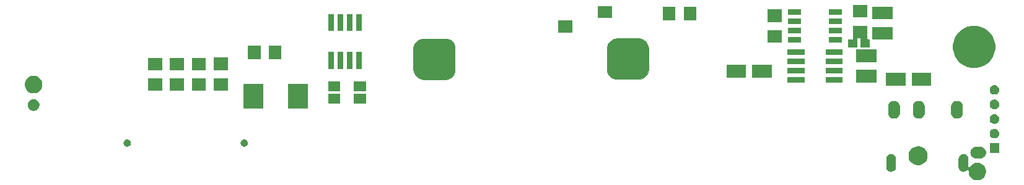
<source format=gts>
G04 #@! TF.GenerationSoftware,KiCad,Pcbnew,(5.1.5)-3*
G04 #@! TF.CreationDate,2020-04-11T14:24:40-04:00*
G04 #@! TF.ProjectId,PowerBoth,506f7765-7242-46f7-9468-2e6b69636164,rev?*
G04 #@! TF.SameCoordinates,Original*
G04 #@! TF.FileFunction,Soldermask,Top*
G04 #@! TF.FilePolarity,Negative*
%FSLAX46Y46*%
G04 Gerber Fmt 4.6, Leading zero omitted, Abs format (unit mm)*
G04 Created by KiCad (PCBNEW (5.1.5)-3) date 2020-04-11 14:24:40*
%MOMM*%
%LPD*%
G04 APERTURE LIST*
%ADD10C,0.100000*%
G04 APERTURE END LIST*
D10*
G36*
X210050000Y-124800000D02*
G01*
X208200000Y-124800000D01*
X208200000Y-123200000D01*
X210050000Y-123200000D01*
X210050000Y-124800000D01*
G37*
X210050000Y-124800000D02*
X208200000Y-124800000D01*
X208200000Y-123200000D01*
X210050000Y-123200000D01*
X210050000Y-124800000D01*
G36*
X215450000Y-122800000D02*
G01*
X213600000Y-122800000D01*
X213600000Y-121200000D01*
X215450000Y-121200000D01*
X215450000Y-122800000D01*
G37*
X215450000Y-122800000D02*
X213600000Y-122800000D01*
X213600000Y-121200000D01*
X215450000Y-121200000D01*
X215450000Y-122800000D01*
G36*
X219600000Y-125750000D02*
G01*
X220100000Y-126050000D01*
X220400000Y-126450000D01*
X220600000Y-126950000D01*
X220600000Y-130050000D01*
X220400000Y-130550000D01*
X219900000Y-131050000D01*
X219500000Y-131250000D01*
X216000000Y-131250000D01*
X215500000Y-131050000D01*
X215100000Y-130650000D01*
X214900000Y-130250000D01*
X214900000Y-126950000D01*
X215000000Y-126550000D01*
X215100000Y-126350000D01*
X215500000Y-125950000D01*
X215800000Y-125750000D01*
X216400000Y-125650000D01*
X219200000Y-125650000D01*
X219600000Y-125750000D01*
G37*
X219600000Y-125750000D02*
X220100000Y-126050000D01*
X220400000Y-126450000D01*
X220600000Y-126950000D01*
X220600000Y-130050000D01*
X220400000Y-130550000D01*
X219900000Y-131050000D01*
X219500000Y-131250000D01*
X216000000Y-131250000D01*
X215500000Y-131050000D01*
X215100000Y-130650000D01*
X214900000Y-130250000D01*
X214900000Y-126950000D01*
X215000000Y-126550000D01*
X215100000Y-126350000D01*
X215500000Y-125950000D01*
X215800000Y-125750000D01*
X216400000Y-125650000D01*
X219200000Y-125650000D01*
X219600000Y-125750000D01*
G36*
X193298680Y-125786532D02*
G01*
X193598680Y-125986532D01*
X193998680Y-126386532D01*
X194098680Y-126786532D01*
X194098680Y-130086532D01*
X193998680Y-130486532D01*
X193798680Y-130786532D01*
X193598680Y-130986532D01*
X193098680Y-131186532D01*
X192798680Y-131286532D01*
X189898680Y-131286532D01*
X189398680Y-131186532D01*
X188998680Y-130986532D01*
X188698680Y-130686532D01*
X188498680Y-130286532D01*
X188398680Y-129886532D01*
X188398680Y-126986532D01*
X188598680Y-126386532D01*
X188998680Y-125986532D01*
X189298680Y-125786532D01*
X189698680Y-125686532D01*
X192998680Y-125686532D01*
X193298680Y-125786532D01*
G37*
X193298680Y-125786532D02*
X193598680Y-125986532D01*
X193998680Y-126386532D01*
X194098680Y-126786532D01*
X194098680Y-130086532D01*
X193998680Y-130486532D01*
X193798680Y-130786532D01*
X193598680Y-130986532D01*
X193098680Y-131186532D01*
X192798680Y-131286532D01*
X189898680Y-131286532D01*
X189398680Y-131186532D01*
X188998680Y-130986532D01*
X188698680Y-130686532D01*
X188498680Y-130286532D01*
X188398680Y-129886532D01*
X188398680Y-126986532D01*
X188598680Y-126386532D01*
X188998680Y-125986532D01*
X189298680Y-125786532D01*
X189698680Y-125686532D01*
X192998680Y-125686532D01*
X193298680Y-125786532D01*
G36*
X263730191Y-141547499D02*
G01*
X263792728Y-141566470D01*
X263855263Y-141585439D01*
X263855265Y-141585440D01*
X263970527Y-141647049D01*
X264071561Y-141729964D01*
X264154475Y-141830996D01*
X264216084Y-141946258D01*
X264254025Y-142071332D01*
X264263625Y-142168804D01*
X264263625Y-143207766D01*
X264266027Y-143232152D01*
X264273140Y-143255601D01*
X264284691Y-143277212D01*
X264300236Y-143296154D01*
X264319178Y-143311699D01*
X264340789Y-143323250D01*
X264364238Y-143330363D01*
X264388624Y-143332765D01*
X264413010Y-143330363D01*
X264436459Y-143323250D01*
X264458070Y-143311699D01*
X264477012Y-143296154D01*
X264492557Y-143277211D01*
X264567120Y-143165619D01*
X264567122Y-143165616D01*
X264734407Y-142998331D01*
X264931113Y-142866897D01*
X264931115Y-142866896D01*
X265149682Y-142776362D01*
X265381710Y-142730209D01*
X265618290Y-142730209D01*
X265850318Y-142776362D01*
X266068885Y-142866896D01*
X266068887Y-142866897D01*
X266265593Y-142998331D01*
X266432878Y-143165616D01*
X266545381Y-143333990D01*
X266564313Y-143362324D01*
X266654847Y-143580891D01*
X266701000Y-143812919D01*
X266701000Y-144049499D01*
X266654847Y-144281527D01*
X266564313Y-144500094D01*
X266564312Y-144500096D01*
X266432878Y-144696802D01*
X266265593Y-144864087D01*
X266068887Y-144995521D01*
X266068886Y-144995522D01*
X266068885Y-144995522D01*
X265850318Y-145086056D01*
X265618290Y-145132209D01*
X265381710Y-145132209D01*
X265149682Y-145086056D01*
X264931115Y-144995522D01*
X264931114Y-144995522D01*
X264931113Y-144995521D01*
X264734407Y-144864087D01*
X264567122Y-144696802D01*
X264435688Y-144500096D01*
X264435687Y-144500094D01*
X264345153Y-144281527D01*
X264299000Y-144049499D01*
X264299000Y-143845048D01*
X264296598Y-143820662D01*
X264289485Y-143797213D01*
X264277934Y-143775602D01*
X264262389Y-143756660D01*
X264243447Y-143741115D01*
X264221836Y-143729564D01*
X264198387Y-143722451D01*
X264174001Y-143720049D01*
X264149615Y-143722451D01*
X264126166Y-143729564D01*
X264104555Y-143741115D01*
X264077376Y-143765749D01*
X264071562Y-143772834D01*
X263970528Y-143855749D01*
X263855266Y-143917358D01*
X263855264Y-143917359D01*
X263792729Y-143936328D01*
X263730192Y-143955299D01*
X263600125Y-143968109D01*
X263470059Y-143955299D01*
X263407522Y-143936328D01*
X263344987Y-143917359D01*
X263344985Y-143917358D01*
X263229723Y-143855749D01*
X263128690Y-143772835D01*
X263045776Y-143671802D01*
X262984167Y-143556540D01*
X262946226Y-143431466D01*
X262936626Y-143333994D01*
X262936625Y-142168805D01*
X262946225Y-142071333D01*
X262984166Y-141946259D01*
X263045775Y-141830997D01*
X263128690Y-141729963D01*
X263229722Y-141647049D01*
X263344984Y-141585440D01*
X263344986Y-141585439D01*
X263407521Y-141566470D01*
X263470058Y-141547499D01*
X263600125Y-141534689D01*
X263730191Y-141547499D01*
G37*
G36*
X253830191Y-141547499D02*
G01*
X253892728Y-141566470D01*
X253955263Y-141585439D01*
X253955265Y-141585440D01*
X254070527Y-141647049D01*
X254171561Y-141729964D01*
X254254475Y-141830996D01*
X254316084Y-141946258D01*
X254354025Y-142071332D01*
X254363625Y-142168804D01*
X254363625Y-143333994D01*
X254354025Y-143431466D01*
X254316084Y-143556540D01*
X254254475Y-143671802D01*
X254171561Y-143772835D01*
X254070528Y-143855749D01*
X253955266Y-143917358D01*
X253955264Y-143917359D01*
X253892729Y-143936328D01*
X253830192Y-143955299D01*
X253700125Y-143968109D01*
X253570059Y-143955299D01*
X253507522Y-143936328D01*
X253444987Y-143917359D01*
X253444985Y-143917358D01*
X253329723Y-143855749D01*
X253228690Y-143772835D01*
X253145776Y-143671802D01*
X253084167Y-143556540D01*
X253046226Y-143431466D01*
X253036626Y-143333994D01*
X253036625Y-142168805D01*
X253046225Y-142071333D01*
X253084166Y-141946259D01*
X253145775Y-141830997D01*
X253228690Y-141729963D01*
X253329722Y-141647049D01*
X253444984Y-141585440D01*
X253444986Y-141585439D01*
X253507521Y-141566470D01*
X253570058Y-141547499D01*
X253700125Y-141534689D01*
X253830191Y-141547499D01*
G37*
G36*
X257779612Y-140500395D02*
G01*
X257990145Y-140587601D01*
X258016380Y-140598468D01*
X258229464Y-140740846D01*
X258410678Y-140922060D01*
X258553057Y-141135146D01*
X258651129Y-141371912D01*
X258701125Y-141623260D01*
X258701125Y-141879538D01*
X258651129Y-142130886D01*
X258553057Y-142367652D01*
X258553056Y-142367654D01*
X258410678Y-142580738D01*
X258229464Y-142761952D01*
X258016380Y-142904330D01*
X258016379Y-142904331D01*
X258016378Y-142904331D01*
X257779612Y-143002403D01*
X257528264Y-143052399D01*
X257271986Y-143052399D01*
X257020638Y-143002403D01*
X256783872Y-142904331D01*
X256783871Y-142904331D01*
X256783870Y-142904330D01*
X256570786Y-142761952D01*
X256389572Y-142580738D01*
X256247194Y-142367654D01*
X256247193Y-142367652D01*
X256149121Y-142130886D01*
X256099125Y-141879538D01*
X256099125Y-141623260D01*
X256149121Y-141371912D01*
X256247193Y-141135146D01*
X256389572Y-140922060D01*
X256570786Y-140740846D01*
X256783870Y-140598468D01*
X256810105Y-140587601D01*
X257020638Y-140500395D01*
X257271986Y-140450399D01*
X257528264Y-140450399D01*
X257779612Y-140500395D01*
G37*
G36*
X265953055Y-140534072D02*
G01*
X266031507Y-140541799D01*
X266132166Y-140572334D01*
X266182497Y-140587601D01*
X266321649Y-140661980D01*
X266443617Y-140762076D01*
X266543713Y-140884044D01*
X266618092Y-141023196D01*
X266618092Y-141023197D01*
X266663894Y-141174186D01*
X266679359Y-141331209D01*
X266663894Y-141488232D01*
X266645915Y-141547500D01*
X266618092Y-141639222D01*
X266543713Y-141778374D01*
X266443617Y-141900342D01*
X266321649Y-142000438D01*
X266182497Y-142074817D01*
X266132166Y-142090084D01*
X266031507Y-142120619D01*
X265953055Y-142128346D01*
X265913830Y-142132209D01*
X265310654Y-142132209D01*
X265271429Y-142128346D01*
X265192977Y-142120619D01*
X265092318Y-142090084D01*
X265041987Y-142074817D01*
X264902835Y-142000438D01*
X264780867Y-141900342D01*
X264680771Y-141778374D01*
X264606392Y-141639222D01*
X264578569Y-141547500D01*
X264560590Y-141488232D01*
X264545125Y-141331209D01*
X264560590Y-141174186D01*
X264606392Y-141023197D01*
X264606392Y-141023196D01*
X264680771Y-140884044D01*
X264780867Y-140762076D01*
X264902835Y-140661980D01*
X265041987Y-140587601D01*
X265092318Y-140572334D01*
X265192977Y-140541799D01*
X265271429Y-140534072D01*
X265310654Y-140530209D01*
X265913830Y-140530209D01*
X265953055Y-140534072D01*
G37*
G36*
X268499915Y-141382209D02*
G01*
X267172915Y-141382209D01*
X267172915Y-140055209D01*
X268499915Y-140055209D01*
X268499915Y-141382209D01*
G37*
G36*
X149444234Y-139543060D02*
G01*
X149472382Y-139554720D01*
X149534504Y-139580451D01*
X149534507Y-139580453D01*
X149615739Y-139634730D01*
X149684831Y-139703822D01*
X149739108Y-139785054D01*
X149739110Y-139785057D01*
X149764841Y-139847179D01*
X149776501Y-139875327D01*
X149795560Y-139971147D01*
X149795560Y-140068855D01*
X149776501Y-140164675D01*
X149776499Y-140164679D01*
X149739110Y-140254945D01*
X149739108Y-140254948D01*
X149684831Y-140336180D01*
X149615739Y-140405272D01*
X149548201Y-140450399D01*
X149534504Y-140459551D01*
X149472382Y-140485282D01*
X149444234Y-140496942D01*
X149348414Y-140516001D01*
X149250706Y-140516001D01*
X149154886Y-140496942D01*
X149126738Y-140485282D01*
X149064616Y-140459551D01*
X149050919Y-140450399D01*
X148983381Y-140405272D01*
X148914289Y-140336180D01*
X148860012Y-140254948D01*
X148860010Y-140254945D01*
X148822621Y-140164679D01*
X148822619Y-140164675D01*
X148803560Y-140068855D01*
X148803560Y-139971147D01*
X148822619Y-139875327D01*
X148834279Y-139847179D01*
X148860010Y-139785057D01*
X148860012Y-139785054D01*
X148914289Y-139703822D01*
X148983381Y-139634730D01*
X149064613Y-139580453D01*
X149064616Y-139580451D01*
X149126738Y-139554720D01*
X149154886Y-139543060D01*
X149250706Y-139524001D01*
X149348414Y-139524001D01*
X149444234Y-139543060D01*
G37*
G36*
X165444234Y-139543060D02*
G01*
X165472382Y-139554720D01*
X165534504Y-139580451D01*
X165534507Y-139580453D01*
X165615739Y-139634730D01*
X165684831Y-139703822D01*
X165739108Y-139785054D01*
X165739110Y-139785057D01*
X165764841Y-139847179D01*
X165776501Y-139875327D01*
X165795560Y-139971147D01*
X165795560Y-140068855D01*
X165776501Y-140164675D01*
X165776499Y-140164679D01*
X165739110Y-140254945D01*
X165739108Y-140254948D01*
X165684831Y-140336180D01*
X165615739Y-140405272D01*
X165548201Y-140450399D01*
X165534504Y-140459551D01*
X165472382Y-140485282D01*
X165444234Y-140496942D01*
X165348414Y-140516001D01*
X165250706Y-140516001D01*
X165154886Y-140496942D01*
X165126738Y-140485282D01*
X165064616Y-140459551D01*
X165050919Y-140450399D01*
X164983381Y-140405272D01*
X164914289Y-140336180D01*
X164860012Y-140254948D01*
X164860010Y-140254945D01*
X164822621Y-140164679D01*
X164822619Y-140164675D01*
X164803560Y-140068855D01*
X164803560Y-139971147D01*
X164822619Y-139875327D01*
X164834279Y-139847179D01*
X164860010Y-139785057D01*
X164860012Y-139785054D01*
X164914289Y-139703822D01*
X164983381Y-139634730D01*
X165064613Y-139580453D01*
X165064616Y-139580451D01*
X165126738Y-139554720D01*
X165154886Y-139543060D01*
X165250706Y-139524001D01*
X165348414Y-139524001D01*
X165444234Y-139543060D01*
G37*
G36*
X267965857Y-138067958D02*
G01*
X268029951Y-138080707D01*
X268150700Y-138130723D01*
X268259371Y-138203335D01*
X268351789Y-138295753D01*
X268424401Y-138404424D01*
X268474417Y-138525173D01*
X268499915Y-138653360D01*
X268499915Y-138784058D01*
X268474417Y-138912245D01*
X268424401Y-139032994D01*
X268351789Y-139141665D01*
X268259371Y-139234083D01*
X268150700Y-139306695D01*
X268029951Y-139356711D01*
X267965857Y-139369460D01*
X267901765Y-139382209D01*
X267771065Y-139382209D01*
X267706973Y-139369460D01*
X267642879Y-139356711D01*
X267522130Y-139306695D01*
X267413459Y-139234083D01*
X267321041Y-139141665D01*
X267248429Y-139032994D01*
X267198413Y-138912245D01*
X267172915Y-138784058D01*
X267172915Y-138653360D01*
X267198413Y-138525173D01*
X267248429Y-138404424D01*
X267321041Y-138295753D01*
X267413459Y-138203335D01*
X267522130Y-138130723D01*
X267642879Y-138080707D01*
X267706973Y-138067958D01*
X267771065Y-138055209D01*
X267901765Y-138055209D01*
X267965857Y-138067958D01*
G37*
G36*
X267965857Y-136067958D02*
G01*
X268029951Y-136080707D01*
X268150700Y-136130723D01*
X268259371Y-136203335D01*
X268351789Y-136295753D01*
X268424401Y-136404424D01*
X268474417Y-136525173D01*
X268499915Y-136653360D01*
X268499915Y-136784058D01*
X268474417Y-136912245D01*
X268424401Y-137032994D01*
X268351789Y-137141665D01*
X268259371Y-137234083D01*
X268150700Y-137306695D01*
X268029951Y-137356711D01*
X267965857Y-137369460D01*
X267901765Y-137382209D01*
X267771065Y-137382209D01*
X267706973Y-137369460D01*
X267642879Y-137356711D01*
X267522130Y-137306695D01*
X267413459Y-137234083D01*
X267321041Y-137141665D01*
X267248429Y-137032994D01*
X267198413Y-136912245D01*
X267172915Y-136784058D01*
X267172915Y-136653360D01*
X267198413Y-136525173D01*
X267248429Y-136404424D01*
X267321041Y-136295753D01*
X267413459Y-136203335D01*
X267522130Y-136130723D01*
X267642879Y-136080707D01*
X267706973Y-136067958D01*
X267771065Y-136055209D01*
X267901765Y-136055209D01*
X267965857Y-136067958D01*
G37*
G36*
X254245300Y-134248262D02*
G01*
X254259599Y-134249670D01*
X254336271Y-134272929D01*
X254412943Y-134296187D01*
X254554267Y-134371726D01*
X254678140Y-134473384D01*
X254779798Y-134597256D01*
X254855337Y-134738580D01*
X254901854Y-134891925D01*
X254913625Y-135011437D01*
X254913625Y-135891361D01*
X254901854Y-136010873D01*
X254855337Y-136164218D01*
X254779798Y-136305542D01*
X254678140Y-136429414D01*
X254554268Y-136531072D01*
X254412944Y-136606611D01*
X254336271Y-136629870D01*
X254259600Y-136653128D01*
X254245301Y-136654536D01*
X254100125Y-136668835D01*
X253942997Y-136653359D01*
X253940651Y-136653128D01*
X253863980Y-136629870D01*
X253787307Y-136606611D01*
X253645983Y-136531072D01*
X253522111Y-136429414D01*
X253420453Y-136305542D01*
X253344914Y-136164218D01*
X253298397Y-136010873D01*
X253286625Y-135891361D01*
X253286625Y-135011438D01*
X253298396Y-134891926D01*
X253298397Y-134891924D01*
X253344913Y-134738582D01*
X253344913Y-134738581D01*
X253420452Y-134597257D01*
X253522110Y-134473384D01*
X253645982Y-134371726D01*
X253787306Y-134296187D01*
X253863978Y-134272929D01*
X253940650Y-134249670D01*
X253954949Y-134248262D01*
X254100125Y-134233963D01*
X254245300Y-134248262D01*
G37*
G36*
X257645300Y-134248262D02*
G01*
X257659599Y-134249670D01*
X257736271Y-134272929D01*
X257812943Y-134296187D01*
X257954267Y-134371726D01*
X258078140Y-134473384D01*
X258179798Y-134597256D01*
X258255337Y-134738580D01*
X258301854Y-134891925D01*
X258313625Y-135011437D01*
X258313625Y-135891361D01*
X258301854Y-136010873D01*
X258255337Y-136164218D01*
X258179798Y-136305542D01*
X258078140Y-136429414D01*
X257954268Y-136531072D01*
X257812944Y-136606611D01*
X257736271Y-136629870D01*
X257659600Y-136653128D01*
X257645301Y-136654536D01*
X257500125Y-136668835D01*
X257342997Y-136653359D01*
X257340651Y-136653128D01*
X257263980Y-136629870D01*
X257187307Y-136606611D01*
X257045983Y-136531072D01*
X256922111Y-136429414D01*
X256820453Y-136305542D01*
X256744914Y-136164218D01*
X256698397Y-136010873D01*
X256686625Y-135891361D01*
X256686625Y-135011438D01*
X256698396Y-134891926D01*
X256698397Y-134891924D01*
X256744913Y-134738582D01*
X256744913Y-134738581D01*
X256820452Y-134597257D01*
X256922110Y-134473384D01*
X257045982Y-134371726D01*
X257187306Y-134296187D01*
X257263978Y-134272929D01*
X257340650Y-134249670D01*
X257354949Y-134248262D01*
X257500125Y-134233963D01*
X257645300Y-134248262D01*
G37*
G36*
X262845300Y-134248262D02*
G01*
X262859599Y-134249670D01*
X262936271Y-134272929D01*
X263012943Y-134296187D01*
X263154267Y-134371726D01*
X263278140Y-134473384D01*
X263379798Y-134597256D01*
X263455337Y-134738580D01*
X263501854Y-134891925D01*
X263513625Y-135011437D01*
X263513625Y-135891361D01*
X263501854Y-136010873D01*
X263455337Y-136164218D01*
X263379798Y-136305542D01*
X263278140Y-136429414D01*
X263154268Y-136531072D01*
X263012944Y-136606611D01*
X262936271Y-136629870D01*
X262859600Y-136653128D01*
X262845301Y-136654536D01*
X262700125Y-136668835D01*
X262542997Y-136653359D01*
X262540651Y-136653128D01*
X262463980Y-136629870D01*
X262387307Y-136606611D01*
X262245983Y-136531072D01*
X262122111Y-136429414D01*
X262020453Y-136305542D01*
X261944914Y-136164218D01*
X261898397Y-136010873D01*
X261886625Y-135891361D01*
X261886625Y-135011438D01*
X261898396Y-134891926D01*
X261898397Y-134891924D01*
X261944913Y-134738582D01*
X261944913Y-134738581D01*
X262020452Y-134597257D01*
X262122110Y-134473384D01*
X262245982Y-134371726D01*
X262387306Y-134296187D01*
X262463978Y-134272929D01*
X262540650Y-134249670D01*
X262554949Y-134248262D01*
X262700125Y-134233963D01*
X262845300Y-134248262D01*
G37*
G36*
X136733642Y-134032043D02*
G01*
X136879414Y-134092424D01*
X136879416Y-134092425D01*
X137010608Y-134180084D01*
X137122178Y-134291654D01*
X137175680Y-134371726D01*
X137209838Y-134422848D01*
X137270219Y-134568620D01*
X137301000Y-134723369D01*
X137301000Y-134881155D01*
X137270219Y-135035904D01*
X137226411Y-135141665D01*
X137209837Y-135181678D01*
X137122178Y-135312870D01*
X137010608Y-135424440D01*
X136879416Y-135512099D01*
X136879415Y-135512100D01*
X136879414Y-135512100D01*
X136733642Y-135572481D01*
X136578893Y-135603262D01*
X136421107Y-135603262D01*
X136266358Y-135572481D01*
X136120586Y-135512100D01*
X136120585Y-135512100D01*
X136120584Y-135512099D01*
X135989392Y-135424440D01*
X135877822Y-135312870D01*
X135790163Y-135181678D01*
X135773589Y-135141665D01*
X135729781Y-135035904D01*
X135699000Y-134881155D01*
X135699000Y-134723369D01*
X135729781Y-134568620D01*
X135790162Y-134422848D01*
X135824320Y-134371726D01*
X135877822Y-134291654D01*
X135989392Y-134180084D01*
X136120584Y-134092425D01*
X136120586Y-134092424D01*
X136266358Y-134032043D01*
X136421107Y-134001262D01*
X136578893Y-134001262D01*
X136733642Y-134032043D01*
G37*
G36*
X268029951Y-134080707D02*
G01*
X268150700Y-134130723D01*
X268259371Y-134203335D01*
X268351789Y-134295753D01*
X268424402Y-134404426D01*
X268439051Y-134439792D01*
X268474417Y-134525173D01*
X268499915Y-134653360D01*
X268499915Y-134784058D01*
X268474417Y-134912245D01*
X268424401Y-135032994D01*
X268351789Y-135141665D01*
X268259371Y-135234083D01*
X268150700Y-135306695D01*
X268150699Y-135306696D01*
X268150698Y-135306696D01*
X268115332Y-135321345D01*
X268029951Y-135356711D01*
X267901765Y-135382209D01*
X267771065Y-135382209D01*
X267642879Y-135356711D01*
X267557498Y-135321345D01*
X267522132Y-135306696D01*
X267522131Y-135306696D01*
X267522130Y-135306695D01*
X267413459Y-135234083D01*
X267321041Y-135141665D01*
X267248429Y-135032994D01*
X267198413Y-134912245D01*
X267172915Y-134784058D01*
X267172915Y-134653360D01*
X267198413Y-134525173D01*
X267233779Y-134439792D01*
X267248428Y-134404426D01*
X267321041Y-134295753D01*
X267413459Y-134203335D01*
X267522130Y-134130723D01*
X267642879Y-134080707D01*
X267771065Y-134055209D01*
X267901765Y-134055209D01*
X268029951Y-134080707D01*
G37*
G36*
X173977060Y-135261631D02*
G01*
X171276060Y-135261631D01*
X171276060Y-131914231D01*
X173977060Y-131914231D01*
X173977060Y-135261631D01*
G37*
G36*
X167923060Y-135261631D02*
G01*
X165222060Y-135261631D01*
X165222060Y-131914231D01*
X167923060Y-131914231D01*
X167923060Y-135261631D01*
G37*
G36*
X181913060Y-134651431D02*
G01*
X180286060Y-134651431D01*
X180286060Y-133224431D01*
X181913060Y-133224431D01*
X181913060Y-134651431D01*
G37*
G36*
X178413060Y-134651431D02*
G01*
X176786060Y-134651431D01*
X176786060Y-133224431D01*
X178413060Y-133224431D01*
X178413060Y-134651431D01*
G37*
G36*
X267965857Y-132067958D02*
G01*
X268029951Y-132080707D01*
X268150700Y-132130723D01*
X268259371Y-132203335D01*
X268351789Y-132295753D01*
X268424401Y-132404424D01*
X268474417Y-132525173D01*
X268499915Y-132653360D01*
X268499915Y-132784058D01*
X268474417Y-132912245D01*
X268424401Y-133032994D01*
X268351789Y-133141665D01*
X268259371Y-133234083D01*
X268150700Y-133306695D01*
X268029951Y-133356711D01*
X267965857Y-133369460D01*
X267901765Y-133382209D01*
X267771065Y-133382209D01*
X267706973Y-133369460D01*
X267642879Y-133356711D01*
X267522130Y-133306695D01*
X267413459Y-133234083D01*
X267321041Y-133141665D01*
X267248429Y-133032994D01*
X267198413Y-132912245D01*
X267172915Y-132784058D01*
X267172915Y-132653360D01*
X267198413Y-132525173D01*
X267248429Y-132404424D01*
X267321041Y-132295753D01*
X267413459Y-132203335D01*
X267522130Y-132130723D01*
X267642879Y-132080707D01*
X267706973Y-132067958D01*
X267771065Y-132055209D01*
X267901765Y-132055209D01*
X267965857Y-132067958D01*
G37*
G36*
X136850318Y-130827415D02*
G01*
X137068885Y-130917949D01*
X137068887Y-130917950D01*
X137265593Y-131049384D01*
X137432878Y-131216669D01*
X137564312Y-131413375D01*
X137564313Y-131413377D01*
X137654847Y-131631944D01*
X137701000Y-131863972D01*
X137701000Y-132100552D01*
X137654847Y-132332580D01*
X137625088Y-132404424D01*
X137564312Y-132551149D01*
X137432878Y-132747855D01*
X137265593Y-132915140D01*
X137068887Y-133046574D01*
X137068886Y-133046575D01*
X137068885Y-133046575D01*
X136850318Y-133137109D01*
X136618290Y-133183262D01*
X136381710Y-133183262D01*
X136149682Y-133137109D01*
X135931115Y-133046575D01*
X135931114Y-133046575D01*
X135931113Y-133046574D01*
X135734407Y-132915140D01*
X135567122Y-132747855D01*
X135435688Y-132551149D01*
X135374912Y-132404424D01*
X135345153Y-132332580D01*
X135299000Y-132100552D01*
X135299000Y-131863972D01*
X135345153Y-131631944D01*
X135435687Y-131413377D01*
X135435688Y-131413375D01*
X135567122Y-131216669D01*
X135734407Y-131049384D01*
X135931113Y-130917950D01*
X135931115Y-130917949D01*
X136149682Y-130827415D01*
X136381710Y-130781262D01*
X136618290Y-130781262D01*
X136850318Y-130827415D01*
G37*
G36*
X178413060Y-132951431D02*
G01*
X176786060Y-132951431D01*
X176786060Y-131524431D01*
X178413060Y-131524431D01*
X178413060Y-132951431D01*
G37*
G36*
X181913060Y-132951431D02*
G01*
X180286060Y-132951431D01*
X180286060Y-131524431D01*
X181913060Y-131524431D01*
X181913060Y-132951431D01*
G37*
G36*
X163064560Y-132873431D02*
G01*
X161134560Y-132873431D01*
X161134560Y-131146431D01*
X163064560Y-131146431D01*
X163064560Y-132873431D01*
G37*
G36*
X160063060Y-132851431D02*
G01*
X158136060Y-132851431D01*
X158136060Y-131124431D01*
X160063060Y-131124431D01*
X160063060Y-132851431D01*
G37*
G36*
X157063060Y-132851431D02*
G01*
X155136060Y-132851431D01*
X155136060Y-131124431D01*
X157063060Y-131124431D01*
X157063060Y-132851431D01*
G37*
G36*
X154063060Y-132851431D02*
G01*
X152136060Y-132851431D01*
X152136060Y-131124431D01*
X154063060Y-131124431D01*
X154063060Y-132851431D01*
G37*
G36*
X259208500Y-132138500D02*
G01*
X256511500Y-132138500D01*
X256511500Y-130361500D01*
X259208500Y-130361500D01*
X259208500Y-132138500D01*
G37*
G36*
X255688500Y-132138500D02*
G01*
X252991500Y-132138500D01*
X252991500Y-130361500D01*
X255688500Y-130361500D01*
X255688500Y-132138500D01*
G37*
G36*
X247063625Y-131719899D02*
G01*
X244736625Y-131719899D01*
X244736625Y-130992899D01*
X247063625Y-130992899D01*
X247063625Y-131719899D01*
G37*
G36*
X241863625Y-131719899D02*
G01*
X239536625Y-131719899D01*
X239536625Y-130992899D01*
X241863625Y-130992899D01*
X241863625Y-131719899D01*
G37*
G36*
X251713625Y-131714899D02*
G01*
X248886625Y-131714899D01*
X248886625Y-129987899D01*
X251713625Y-129987899D01*
X251713625Y-131714899D01*
G37*
G36*
X237408625Y-131089899D02*
G01*
X234711625Y-131089899D01*
X234711625Y-129312899D01*
X237408625Y-129312899D01*
X237408625Y-131089899D01*
G37*
G36*
X233888625Y-131089899D02*
G01*
X231191625Y-131089899D01*
X231191625Y-129312899D01*
X233888625Y-129312899D01*
X233888625Y-131089899D01*
G37*
G36*
X241863625Y-130449899D02*
G01*
X239536625Y-130449899D01*
X239536625Y-129722899D01*
X241863625Y-129722899D01*
X241863625Y-130449899D01*
G37*
G36*
X247063625Y-130449899D02*
G01*
X244736625Y-130449899D01*
X244736625Y-129722899D01*
X247063625Y-129722899D01*
X247063625Y-130449899D01*
G37*
G36*
X154063060Y-130051431D02*
G01*
X152136060Y-130051431D01*
X152136060Y-128324431D01*
X154063060Y-128324431D01*
X154063060Y-130051431D01*
G37*
G36*
X160063060Y-130051431D02*
G01*
X158136060Y-130051431D01*
X158136060Y-128324431D01*
X160063060Y-128324431D01*
X160063060Y-130051431D01*
G37*
G36*
X157063060Y-130051431D02*
G01*
X155136060Y-130051431D01*
X155136060Y-128324431D01*
X157063060Y-128324431D01*
X157063060Y-130051431D01*
G37*
G36*
X163064560Y-130029431D02*
G01*
X161134560Y-130029431D01*
X161134560Y-128302431D01*
X163064560Y-128302431D01*
X163064560Y-130029431D01*
G37*
G36*
X180098060Y-129851431D02*
G01*
X179371060Y-129851431D01*
X179371060Y-127524431D01*
X180098060Y-127524431D01*
X180098060Y-129851431D01*
G37*
G36*
X178828060Y-129851431D02*
G01*
X178101060Y-129851431D01*
X178101060Y-127524431D01*
X178828060Y-127524431D01*
X178828060Y-129851431D01*
G37*
G36*
X177558060Y-129851431D02*
G01*
X176831060Y-129851431D01*
X176831060Y-127524431D01*
X177558060Y-127524431D01*
X177558060Y-129851431D01*
G37*
G36*
X181368060Y-129851431D02*
G01*
X180641060Y-129851431D01*
X180641060Y-127524431D01*
X181368060Y-127524431D01*
X181368060Y-129851431D01*
G37*
G36*
X265896188Y-124027373D02*
G01*
X266424136Y-124246056D01*
X266424138Y-124246057D01*
X266899279Y-124563536D01*
X267303353Y-124967610D01*
X267620832Y-125442751D01*
X267620833Y-125442753D01*
X267839516Y-125970701D01*
X267950999Y-126531165D01*
X267950999Y-127102615D01*
X267839516Y-127663079D01*
X267620833Y-128191027D01*
X267620832Y-128191029D01*
X267303353Y-128666170D01*
X266899279Y-129070244D01*
X266424138Y-129387723D01*
X266424137Y-129387724D01*
X266424136Y-129387724D01*
X265896188Y-129606407D01*
X265335724Y-129717890D01*
X264764274Y-129717890D01*
X264203810Y-129606407D01*
X263675862Y-129387724D01*
X263675861Y-129387724D01*
X263675860Y-129387723D01*
X263200719Y-129070244D01*
X262796645Y-128666170D01*
X262479166Y-128191029D01*
X262479165Y-128191027D01*
X262260482Y-127663079D01*
X262148999Y-127102615D01*
X262148999Y-126531165D01*
X262260482Y-125970701D01*
X262479165Y-125442753D01*
X262479166Y-125442751D01*
X262796645Y-124967610D01*
X263200719Y-124563536D01*
X263675860Y-124246057D01*
X263675862Y-124246056D01*
X264203810Y-124027373D01*
X264764274Y-123915890D01*
X265335724Y-123915890D01*
X265896188Y-124027373D01*
G37*
G36*
X241863625Y-129179899D02*
G01*
X239536625Y-129179899D01*
X239536625Y-128452899D01*
X241863625Y-128452899D01*
X241863625Y-129179899D01*
G37*
G36*
X247063625Y-129179899D02*
G01*
X244736625Y-129179899D01*
X244736625Y-128452899D01*
X247063625Y-128452899D01*
X247063625Y-129179899D01*
G37*
G36*
X191709494Y-128035257D02*
G01*
X191815203Y-128067324D01*
X191912625Y-128119397D01*
X191998016Y-128189475D01*
X192068094Y-128274866D01*
X192120167Y-128372288D01*
X192152234Y-128477997D01*
X192163061Y-128587930D01*
X192163061Y-128587932D01*
X192152234Y-128697865D01*
X192120167Y-128803574D01*
X192068094Y-128900996D01*
X191998016Y-128986387D01*
X191912625Y-129056465D01*
X191815203Y-129108538D01*
X191709494Y-129140605D01*
X191599561Y-129151432D01*
X191599559Y-129151432D01*
X191489626Y-129140605D01*
X191383917Y-129108538D01*
X191286495Y-129056465D01*
X191201104Y-128986387D01*
X191131026Y-128900996D01*
X191078953Y-128803574D01*
X191046886Y-128697865D01*
X191036059Y-128587932D01*
X191036059Y-128587930D01*
X191046886Y-128477997D01*
X191078953Y-128372288D01*
X191131026Y-128274866D01*
X191201104Y-128189475D01*
X191286495Y-128119397D01*
X191383917Y-128067324D01*
X191489626Y-128035257D01*
X191599559Y-128024430D01*
X191599561Y-128024430D01*
X191709494Y-128035257D01*
G37*
G36*
X251713625Y-128914899D02*
G01*
X248886625Y-128914899D01*
X248886625Y-127187899D01*
X251713625Y-127187899D01*
X251713625Y-128914899D01*
G37*
G36*
X170385060Y-128552931D02*
G01*
X168658060Y-128552931D01*
X168658060Y-126622931D01*
X170385060Y-126622931D01*
X170385060Y-128552931D01*
G37*
G36*
X167541060Y-128552931D02*
G01*
X165814060Y-128552931D01*
X165814060Y-126622931D01*
X167541060Y-126622931D01*
X167541060Y-128552931D01*
G37*
G36*
X241863625Y-127909899D02*
G01*
X239536625Y-127909899D01*
X239536625Y-127182899D01*
X241863625Y-127182899D01*
X241863625Y-127909899D01*
G37*
G36*
X247063625Y-127909899D02*
G01*
X244736625Y-127909899D01*
X244736625Y-127182899D01*
X247063625Y-127182899D01*
X247063625Y-127909899D01*
G37*
G36*
X250465000Y-125662900D02*
G01*
X250467402Y-125687286D01*
X250474515Y-125710735D01*
X250486066Y-125732346D01*
X250501611Y-125751288D01*
X250520553Y-125766833D01*
X250542164Y-125778384D01*
X250565613Y-125785497D01*
X250589999Y-125787899D01*
X250763625Y-125787899D01*
X250763625Y-126914899D01*
X249536625Y-126914899D01*
X249536625Y-125761898D01*
X249534223Y-125737512D01*
X249527110Y-125714063D01*
X249515559Y-125692452D01*
X249500014Y-125673510D01*
X249481072Y-125657965D01*
X249459461Y-125646414D01*
X249436012Y-125639301D01*
X249411626Y-125636899D01*
X249188624Y-125636899D01*
X249164238Y-125639301D01*
X249140789Y-125646414D01*
X249119178Y-125657965D01*
X249100236Y-125673510D01*
X249084691Y-125692452D01*
X249073140Y-125714063D01*
X249066027Y-125737512D01*
X249063625Y-125761898D01*
X249063625Y-126914899D01*
X247836625Y-126914899D01*
X247836625Y-125787899D01*
X248410001Y-125787899D01*
X248434387Y-125785497D01*
X248457836Y-125778384D01*
X248479447Y-125766833D01*
X248498389Y-125751288D01*
X248513934Y-125732346D01*
X248525485Y-125710735D01*
X248532598Y-125687286D01*
X248535000Y-125662900D01*
X248535000Y-123909899D01*
X250465000Y-123909899D01*
X250465000Y-125662900D01*
G37*
G36*
X238765125Y-126236899D02*
G01*
X236835125Y-126236899D01*
X236835125Y-124509899D01*
X238765125Y-124509899D01*
X238765125Y-126236899D01*
G37*
G36*
X241369725Y-126211199D02*
G01*
X239587825Y-126211199D01*
X239587825Y-125501599D01*
X241369725Y-125501599D01*
X241369725Y-126211199D01*
G37*
G36*
X247012425Y-126211199D02*
G01*
X245230525Y-126211199D01*
X245230525Y-125501599D01*
X247012425Y-125501599D01*
X247012425Y-126211199D01*
G37*
G36*
X253913500Y-125813500D02*
G01*
X251086500Y-125813500D01*
X251086500Y-124086500D01*
X253913500Y-124086500D01*
X253913500Y-125813500D01*
G37*
G36*
X241369725Y-124941199D02*
G01*
X239587825Y-124941199D01*
X239587825Y-124231599D01*
X241369725Y-124231599D01*
X241369725Y-124941199D01*
G37*
G36*
X247012425Y-124941199D02*
G01*
X245230525Y-124941199D01*
X245230525Y-124231599D01*
X247012425Y-124231599D01*
X247012425Y-124941199D01*
G37*
G36*
X209109934Y-123547326D02*
G01*
X209215643Y-123579393D01*
X209313065Y-123631466D01*
X209398456Y-123701544D01*
X209468534Y-123786935D01*
X209520607Y-123884357D01*
X209552674Y-123990066D01*
X209563501Y-124099999D01*
X209563501Y-124100001D01*
X209552674Y-124209934D01*
X209520607Y-124315643D01*
X209468534Y-124413065D01*
X209398456Y-124498456D01*
X209313065Y-124568534D01*
X209215643Y-124620607D01*
X209109934Y-124652674D01*
X209000001Y-124663501D01*
X208999999Y-124663501D01*
X208890066Y-124652674D01*
X208784357Y-124620607D01*
X208686935Y-124568534D01*
X208601544Y-124498456D01*
X208531466Y-124413065D01*
X208479393Y-124315643D01*
X208447326Y-124209934D01*
X208436499Y-124100001D01*
X208436499Y-124099999D01*
X208447326Y-123990066D01*
X208479393Y-123884357D01*
X208531466Y-123786935D01*
X208601544Y-123701544D01*
X208686935Y-123631466D01*
X208784357Y-123579393D01*
X208890066Y-123547326D01*
X208999999Y-123536499D01*
X209000001Y-123536499D01*
X209109934Y-123547326D01*
G37*
G36*
X181368060Y-124651431D02*
G01*
X180641060Y-124651431D01*
X180641060Y-122324431D01*
X181368060Y-122324431D01*
X181368060Y-124651431D01*
G37*
G36*
X178828060Y-124651431D02*
G01*
X178101060Y-124651431D01*
X178101060Y-122324431D01*
X178828060Y-122324431D01*
X178828060Y-124651431D01*
G37*
G36*
X177558060Y-124651431D02*
G01*
X176831060Y-124651431D01*
X176831060Y-122324431D01*
X177558060Y-122324431D01*
X177558060Y-124651431D01*
G37*
G36*
X180098060Y-124651431D02*
G01*
X179371060Y-124651431D01*
X179371060Y-122324431D01*
X180098060Y-122324431D01*
X180098060Y-124651431D01*
G37*
G36*
X247012425Y-123671199D02*
G01*
X245230525Y-123671199D01*
X245230525Y-122961599D01*
X247012425Y-122961599D01*
X247012425Y-123671199D01*
G37*
G36*
X241369725Y-123671199D02*
G01*
X239587825Y-123671199D01*
X239587825Y-122961599D01*
X241369725Y-122961599D01*
X241369725Y-123671199D01*
G37*
G36*
X238765125Y-123392899D02*
G01*
X236835125Y-123392899D01*
X236835125Y-121665899D01*
X238765125Y-121665899D01*
X238765125Y-123392899D01*
G37*
G36*
X224241500Y-123215000D02*
G01*
X222514500Y-123215000D01*
X222514500Y-121285000D01*
X224241500Y-121285000D01*
X224241500Y-123215000D01*
G37*
G36*
X227085500Y-123215000D02*
G01*
X225358500Y-123215000D01*
X225358500Y-121285000D01*
X227085500Y-121285000D01*
X227085500Y-123215000D01*
G37*
G36*
X253913500Y-123013500D02*
G01*
X251086500Y-123013500D01*
X251086500Y-121286500D01*
X253913500Y-121286500D01*
X253913500Y-123013500D01*
G37*
G36*
X250465000Y-122792899D02*
G01*
X248535000Y-122792899D01*
X248535000Y-121065899D01*
X250465000Y-121065899D01*
X250465000Y-122792899D01*
G37*
G36*
X214559934Y-121447326D02*
G01*
X214665643Y-121479393D01*
X214763065Y-121531466D01*
X214848456Y-121601544D01*
X214918534Y-121686935D01*
X214970607Y-121784357D01*
X215002674Y-121890066D01*
X215013501Y-121999999D01*
X215013501Y-122000001D01*
X215002674Y-122109934D01*
X214970607Y-122215643D01*
X214918534Y-122313065D01*
X214848456Y-122398456D01*
X214763065Y-122468534D01*
X214665643Y-122520607D01*
X214559934Y-122552674D01*
X214450001Y-122563501D01*
X214449999Y-122563501D01*
X214340066Y-122552674D01*
X214234357Y-122520607D01*
X214136935Y-122468534D01*
X214051544Y-122398456D01*
X213981466Y-122313065D01*
X213929393Y-122215643D01*
X213897326Y-122109934D01*
X213886499Y-122000001D01*
X213886499Y-121999999D01*
X213897326Y-121890066D01*
X213929393Y-121784357D01*
X213981466Y-121686935D01*
X214051544Y-121601544D01*
X214136935Y-121531466D01*
X214234357Y-121479393D01*
X214340066Y-121447326D01*
X214449999Y-121436499D01*
X214450001Y-121436499D01*
X214559934Y-121447326D01*
G37*
G36*
X241369725Y-122401199D02*
G01*
X239587825Y-122401199D01*
X239587825Y-121691599D01*
X241369725Y-121691599D01*
X241369725Y-122401199D01*
G37*
G36*
X247012425Y-122401199D02*
G01*
X245230525Y-122401199D01*
X245230525Y-121691599D01*
X247012425Y-121691599D01*
X247012425Y-122401199D01*
G37*
M02*

</source>
